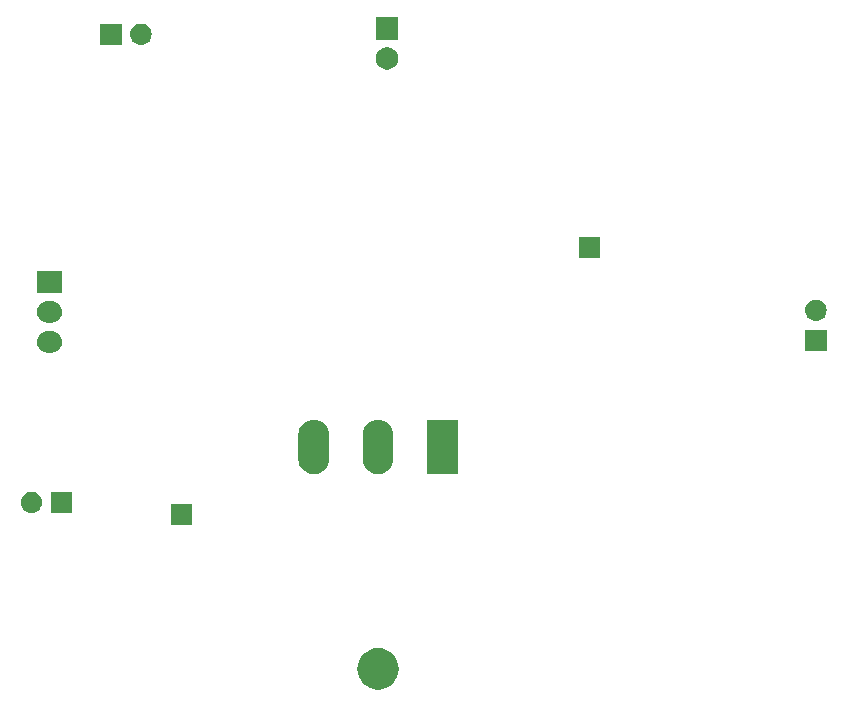
<source format=gbr>
G04 #@! TF.GenerationSoftware,KiCad,Pcbnew,(5.0.1-3-g963ef8bb5)*
G04 #@! TF.CreationDate,2019-04-17T19:13:41-07:00*
G04 #@! TF.ProjectId,wireless_proj,776972656C6573735F70726F6A2E6B69,rev?*
G04 #@! TF.SameCoordinates,Original*
G04 #@! TF.FileFunction,Soldermask,Bot*
G04 #@! TF.FilePolarity,Negative*
%FSLAX46Y46*%
G04 Gerber Fmt 4.6, Leading zero omitted, Abs format (unit mm)*
G04 Created by KiCad (PCBNEW (5.0.1-3-g963ef8bb5)) date 2019 April 17, Wednesday 19:13:41*
%MOMM*%
%LPD*%
G01*
G04 APERTURE LIST*
%ADD10C,0.100000*%
G04 APERTURE END LIST*
D10*
G36*
X133323252Y-120833335D02*
X133323255Y-120833336D01*
X133323256Y-120833336D01*
X133653321Y-120933460D01*
X133957510Y-121096052D01*
X134224135Y-121314865D01*
X134442948Y-121581490D01*
X134594317Y-121864682D01*
X134605539Y-121885677D01*
X134705665Y-122215748D01*
X134739472Y-122559000D01*
X134705665Y-122902252D01*
X134705664Y-122902255D01*
X134705664Y-122902256D01*
X134605540Y-123232321D01*
X134442948Y-123536510D01*
X134224135Y-123803135D01*
X133957510Y-124021948D01*
X133653321Y-124184540D01*
X133323256Y-124284664D01*
X133323255Y-124284664D01*
X133323252Y-124284665D01*
X133066021Y-124310000D01*
X132893979Y-124310000D01*
X132636748Y-124284665D01*
X132636745Y-124284664D01*
X132636744Y-124284664D01*
X132306679Y-124184540D01*
X132002490Y-124021948D01*
X131735865Y-123803135D01*
X131517052Y-123536510D01*
X131354460Y-123232321D01*
X131254336Y-122902256D01*
X131254336Y-122902255D01*
X131254335Y-122902252D01*
X131220528Y-122559000D01*
X131254335Y-122215748D01*
X131354461Y-121885677D01*
X131365683Y-121864682D01*
X131517052Y-121581490D01*
X131735865Y-121314865D01*
X132002490Y-121096052D01*
X132306679Y-120933460D01*
X132636744Y-120833336D01*
X132636745Y-120833336D01*
X132636748Y-120833335D01*
X132893979Y-120808000D01*
X133066021Y-120808000D01*
X133323252Y-120833335D01*
X133323252Y-120833335D01*
G37*
G36*
X117233000Y-110375000D02*
X115431000Y-110375000D01*
X115431000Y-108573000D01*
X117233000Y-108573000D01*
X117233000Y-110375000D01*
X117233000Y-110375000D01*
G37*
G36*
X107073000Y-109359000D02*
X105271000Y-109359000D01*
X105271000Y-107557000D01*
X107073000Y-107557000D01*
X107073000Y-109359000D01*
X107073000Y-109359000D01*
G37*
G36*
X103742443Y-107563519D02*
X103808627Y-107570037D01*
X103921853Y-107604384D01*
X103978467Y-107621557D01*
X104117087Y-107695652D01*
X104134991Y-107705222D01*
X104170729Y-107734552D01*
X104272186Y-107817814D01*
X104355448Y-107919271D01*
X104384778Y-107955009D01*
X104384779Y-107955011D01*
X104468443Y-108111533D01*
X104468443Y-108111534D01*
X104519963Y-108281373D01*
X104537359Y-108458000D01*
X104519963Y-108634627D01*
X104485616Y-108747853D01*
X104468443Y-108804467D01*
X104394348Y-108943087D01*
X104384778Y-108960991D01*
X104355448Y-108996729D01*
X104272186Y-109098186D01*
X104170729Y-109181448D01*
X104134991Y-109210778D01*
X104134989Y-109210779D01*
X103978467Y-109294443D01*
X103921853Y-109311616D01*
X103808627Y-109345963D01*
X103742443Y-109352481D01*
X103676260Y-109359000D01*
X103587740Y-109359000D01*
X103521557Y-109352481D01*
X103455373Y-109345963D01*
X103342147Y-109311616D01*
X103285533Y-109294443D01*
X103129011Y-109210779D01*
X103129009Y-109210778D01*
X103093271Y-109181448D01*
X102991814Y-109098186D01*
X102908552Y-108996729D01*
X102879222Y-108960991D01*
X102869652Y-108943087D01*
X102795557Y-108804467D01*
X102778384Y-108747853D01*
X102744037Y-108634627D01*
X102726641Y-108458000D01*
X102744037Y-108281373D01*
X102795557Y-108111534D01*
X102795557Y-108111533D01*
X102879221Y-107955011D01*
X102879222Y-107955009D01*
X102908552Y-107919271D01*
X102991814Y-107817814D01*
X103093271Y-107734552D01*
X103129009Y-107705222D01*
X103146913Y-107695652D01*
X103285533Y-107621557D01*
X103342147Y-107604384D01*
X103455373Y-107570037D01*
X103521557Y-107563519D01*
X103587740Y-107557000D01*
X103676260Y-107557000D01*
X103742443Y-107563519D01*
X103742443Y-107563519D01*
G37*
G36*
X127785040Y-101476825D02*
X128030280Y-101551218D01*
X128030282Y-101551219D01*
X128256296Y-101672026D01*
X128454397Y-101834603D01*
X128616974Y-102032704D01*
X128616975Y-102032706D01*
X128737782Y-102258720D01*
X128812175Y-102503960D01*
X128831000Y-102695095D01*
X128831000Y-104822905D01*
X128812175Y-105014040D01*
X128737782Y-105259280D01*
X128616976Y-105485293D01*
X128616974Y-105485295D01*
X128454396Y-105683397D01*
X128256295Y-105845974D01*
X128256293Y-105845975D01*
X128030279Y-105966782D01*
X127785039Y-106041175D01*
X127530000Y-106066294D01*
X127274960Y-106041175D01*
X127029720Y-105966782D01*
X126803706Y-105845975D01*
X126768182Y-105816821D01*
X126605603Y-105683396D01*
X126443026Y-105485295D01*
X126322219Y-105259281D01*
X126322218Y-105259279D01*
X126247825Y-105014039D01*
X126229000Y-104822904D01*
X126229001Y-102695095D01*
X126247826Y-102503960D01*
X126322219Y-102258720D01*
X126443026Y-102032706D01*
X126443027Y-102032704D01*
X126605604Y-101834603D01*
X126803705Y-101672026D01*
X127029719Y-101551219D01*
X127029721Y-101551218D01*
X127274961Y-101476825D01*
X127530000Y-101451706D01*
X127785040Y-101476825D01*
X127785040Y-101476825D01*
G37*
G36*
X133235040Y-101476825D02*
X133480280Y-101551218D01*
X133480282Y-101551219D01*
X133706296Y-101672026D01*
X133904397Y-101834603D01*
X134066974Y-102032704D01*
X134066975Y-102032706D01*
X134187782Y-102258720D01*
X134262175Y-102503960D01*
X134281000Y-102695095D01*
X134281000Y-104822905D01*
X134262175Y-105014040D01*
X134187782Y-105259280D01*
X134066976Y-105485293D01*
X134066974Y-105485295D01*
X133904396Y-105683397D01*
X133706295Y-105845974D01*
X133706293Y-105845975D01*
X133480279Y-105966782D01*
X133235039Y-106041175D01*
X132980000Y-106066294D01*
X132724960Y-106041175D01*
X132479720Y-105966782D01*
X132253706Y-105845975D01*
X132218182Y-105816821D01*
X132055603Y-105683396D01*
X131893026Y-105485295D01*
X131772219Y-105259281D01*
X131772218Y-105259279D01*
X131697825Y-105014039D01*
X131679000Y-104822904D01*
X131679001Y-102695095D01*
X131697826Y-102503960D01*
X131772219Y-102258720D01*
X131893026Y-102032706D01*
X131893027Y-102032704D01*
X132055604Y-101834603D01*
X132253705Y-101672026D01*
X132479719Y-101551219D01*
X132479721Y-101551218D01*
X132724961Y-101476825D01*
X132980000Y-101451706D01*
X133235040Y-101476825D01*
X133235040Y-101476825D01*
G37*
G36*
X139731000Y-106060000D02*
X137129000Y-106060000D01*
X137129000Y-101458000D01*
X139731000Y-101458000D01*
X139731000Y-106060000D01*
X139731000Y-106060000D01*
G37*
G36*
X105451925Y-93962940D02*
X105485569Y-93966254D01*
X105571900Y-93992443D01*
X105658234Y-94018632D01*
X105817365Y-94103689D01*
X105956844Y-94218156D01*
X106071311Y-94357635D01*
X106156368Y-94516766D01*
X106182557Y-94603100D01*
X106208746Y-94689431D01*
X106208746Y-94689433D01*
X106226432Y-94869000D01*
X106211656Y-95019018D01*
X106208746Y-95048569D01*
X106182557Y-95134901D01*
X106156368Y-95221234D01*
X106071311Y-95380365D01*
X105956844Y-95519844D01*
X105817365Y-95634311D01*
X105658234Y-95719368D01*
X105571901Y-95745557D01*
X105485569Y-95771746D01*
X105451925Y-95775059D01*
X105350998Y-95785000D01*
X104961002Y-95785000D01*
X104860075Y-95775059D01*
X104826431Y-95771746D01*
X104740099Y-95745557D01*
X104653766Y-95719368D01*
X104494635Y-95634311D01*
X104355156Y-95519844D01*
X104240689Y-95380365D01*
X104155632Y-95221234D01*
X104129443Y-95134901D01*
X104103254Y-95048569D01*
X104100344Y-95019018D01*
X104085568Y-94869000D01*
X104103254Y-94689433D01*
X104103254Y-94689431D01*
X104129443Y-94603100D01*
X104155632Y-94516766D01*
X104240689Y-94357635D01*
X104355156Y-94218156D01*
X104494635Y-94103689D01*
X104653766Y-94018632D01*
X104740100Y-93992443D01*
X104826431Y-93966254D01*
X104860075Y-93962940D01*
X104961002Y-93953000D01*
X105350998Y-93953000D01*
X105451925Y-93962940D01*
X105451925Y-93962940D01*
G37*
G36*
X170954000Y-95643000D02*
X169152000Y-95643000D01*
X169152000Y-93841000D01*
X170954000Y-93841000D01*
X170954000Y-95643000D01*
X170954000Y-95643000D01*
G37*
G36*
X105451925Y-91422940D02*
X105485569Y-91426254D01*
X105571901Y-91452443D01*
X105658234Y-91478632D01*
X105817365Y-91563689D01*
X105956844Y-91678156D01*
X106071311Y-91817635D01*
X106156368Y-91976766D01*
X106171113Y-92025373D01*
X106208746Y-92149431D01*
X106208746Y-92149433D01*
X106226432Y-92329000D01*
X106211656Y-92479018D01*
X106208746Y-92508569D01*
X106182557Y-92594900D01*
X106156368Y-92681234D01*
X106071311Y-92840365D01*
X105956844Y-92979844D01*
X105817365Y-93094311D01*
X105658234Y-93179368D01*
X105571901Y-93205557D01*
X105485569Y-93231746D01*
X105451925Y-93235059D01*
X105350998Y-93245000D01*
X104961002Y-93245000D01*
X104860075Y-93235059D01*
X104826431Y-93231746D01*
X104740099Y-93205557D01*
X104653766Y-93179368D01*
X104494635Y-93094311D01*
X104355156Y-92979844D01*
X104240689Y-92840365D01*
X104155632Y-92681234D01*
X104129443Y-92594900D01*
X104103254Y-92508569D01*
X104100344Y-92479018D01*
X104085568Y-92329000D01*
X104103254Y-92149433D01*
X104103254Y-92149431D01*
X104140887Y-92025373D01*
X104155632Y-91976766D01*
X104240689Y-91817635D01*
X104355156Y-91678156D01*
X104494635Y-91563689D01*
X104653766Y-91478632D01*
X104740099Y-91452443D01*
X104826431Y-91426254D01*
X104860075Y-91422940D01*
X104961002Y-91413000D01*
X105350998Y-91413000D01*
X105451925Y-91422940D01*
X105451925Y-91422940D01*
G37*
G36*
X170163443Y-91307519D02*
X170229627Y-91314037D01*
X170342853Y-91348384D01*
X170399467Y-91365557D01*
X170488225Y-91413000D01*
X170555991Y-91449222D01*
X170591729Y-91478552D01*
X170693186Y-91561814D01*
X170776448Y-91663271D01*
X170805778Y-91699009D01*
X170805779Y-91699011D01*
X170889443Y-91855533D01*
X170889443Y-91855534D01*
X170940963Y-92025373D01*
X170958359Y-92202000D01*
X170940963Y-92378627D01*
X170906616Y-92491853D01*
X170889443Y-92548467D01*
X170815348Y-92687087D01*
X170805778Y-92704991D01*
X170776448Y-92740729D01*
X170693186Y-92842186D01*
X170591729Y-92925448D01*
X170555991Y-92954778D01*
X170555989Y-92954779D01*
X170399467Y-93038443D01*
X170342853Y-93055616D01*
X170229627Y-93089963D01*
X170185480Y-93094311D01*
X170097260Y-93103000D01*
X170008740Y-93103000D01*
X169920520Y-93094311D01*
X169876373Y-93089963D01*
X169763147Y-93055616D01*
X169706533Y-93038443D01*
X169550011Y-92954779D01*
X169550009Y-92954778D01*
X169514271Y-92925448D01*
X169412814Y-92842186D01*
X169329552Y-92740729D01*
X169300222Y-92704991D01*
X169290652Y-92687087D01*
X169216557Y-92548467D01*
X169199384Y-92491853D01*
X169165037Y-92378627D01*
X169147641Y-92202000D01*
X169165037Y-92025373D01*
X169216557Y-91855534D01*
X169216557Y-91855533D01*
X169300221Y-91699011D01*
X169300222Y-91699009D01*
X169329552Y-91663271D01*
X169412814Y-91561814D01*
X169514271Y-91478552D01*
X169550009Y-91449222D01*
X169617775Y-91413000D01*
X169706533Y-91365557D01*
X169763147Y-91348384D01*
X169876373Y-91314037D01*
X169942557Y-91307519D01*
X170008740Y-91301000D01*
X170097260Y-91301000D01*
X170163443Y-91307519D01*
X170163443Y-91307519D01*
G37*
G36*
X106222000Y-90705000D02*
X104090000Y-90705000D01*
X104090000Y-88873000D01*
X106222000Y-88873000D01*
X106222000Y-90705000D01*
X106222000Y-90705000D01*
G37*
G36*
X151777000Y-87769000D02*
X149975000Y-87769000D01*
X149975000Y-85967000D01*
X151777000Y-85967000D01*
X151777000Y-87769000D01*
X151777000Y-87769000D01*
G37*
G36*
X134008396Y-69951546D02*
X134181466Y-70023234D01*
X134337230Y-70127312D01*
X134469688Y-70259770D01*
X134573766Y-70415534D01*
X134645454Y-70588604D01*
X134682000Y-70772333D01*
X134682000Y-70959667D01*
X134645454Y-71143396D01*
X134573766Y-71316466D01*
X134469688Y-71472230D01*
X134337230Y-71604688D01*
X134181466Y-71708766D01*
X134008396Y-71780454D01*
X133824667Y-71817000D01*
X133637333Y-71817000D01*
X133453604Y-71780454D01*
X133280534Y-71708766D01*
X133124770Y-71604688D01*
X132992312Y-71472230D01*
X132888234Y-71316466D01*
X132816546Y-71143396D01*
X132780000Y-70959667D01*
X132780000Y-70772333D01*
X132816546Y-70588604D01*
X132888234Y-70415534D01*
X132992312Y-70259770D01*
X133124770Y-70127312D01*
X133280534Y-70023234D01*
X133453604Y-69951546D01*
X133637333Y-69915000D01*
X133824667Y-69915000D01*
X134008396Y-69951546D01*
X134008396Y-69951546D01*
G37*
G36*
X113013442Y-67939518D02*
X113079627Y-67946037D01*
X113192853Y-67980384D01*
X113249467Y-67997557D01*
X113388087Y-68071652D01*
X113405991Y-68081222D01*
X113441729Y-68110552D01*
X113543186Y-68193814D01*
X113626448Y-68295271D01*
X113655778Y-68331009D01*
X113655779Y-68331011D01*
X113739443Y-68487533D01*
X113739443Y-68487534D01*
X113790963Y-68657373D01*
X113808359Y-68834000D01*
X113790963Y-69010627D01*
X113756616Y-69123853D01*
X113739443Y-69180467D01*
X113687844Y-69277000D01*
X113655778Y-69336991D01*
X113626448Y-69372729D01*
X113543186Y-69474186D01*
X113441729Y-69557448D01*
X113405991Y-69586778D01*
X113405989Y-69586779D01*
X113249467Y-69670443D01*
X113192853Y-69687616D01*
X113079627Y-69721963D01*
X113013443Y-69728481D01*
X112947260Y-69735000D01*
X112858740Y-69735000D01*
X112792557Y-69728481D01*
X112726373Y-69721963D01*
X112613147Y-69687616D01*
X112556533Y-69670443D01*
X112400011Y-69586779D01*
X112400009Y-69586778D01*
X112364271Y-69557448D01*
X112262814Y-69474186D01*
X112179552Y-69372729D01*
X112150222Y-69336991D01*
X112118156Y-69277000D01*
X112066557Y-69180467D01*
X112049384Y-69123853D01*
X112015037Y-69010627D01*
X111997641Y-68834000D01*
X112015037Y-68657373D01*
X112066557Y-68487534D01*
X112066557Y-68487533D01*
X112150221Y-68331011D01*
X112150222Y-68331009D01*
X112179552Y-68295271D01*
X112262814Y-68193814D01*
X112364271Y-68110552D01*
X112400009Y-68081222D01*
X112417913Y-68071652D01*
X112556533Y-67997557D01*
X112613147Y-67980384D01*
X112726373Y-67946037D01*
X112792558Y-67939518D01*
X112858740Y-67933000D01*
X112947260Y-67933000D01*
X113013442Y-67939518D01*
X113013442Y-67939518D01*
G37*
G36*
X111264000Y-69735000D02*
X109462000Y-69735000D01*
X109462000Y-67933000D01*
X111264000Y-67933000D01*
X111264000Y-69735000D01*
X111264000Y-69735000D01*
G37*
G36*
X134682000Y-69277000D02*
X132780000Y-69277000D01*
X132780000Y-67375000D01*
X134682000Y-67375000D01*
X134682000Y-69277000D01*
X134682000Y-69277000D01*
G37*
M02*

</source>
